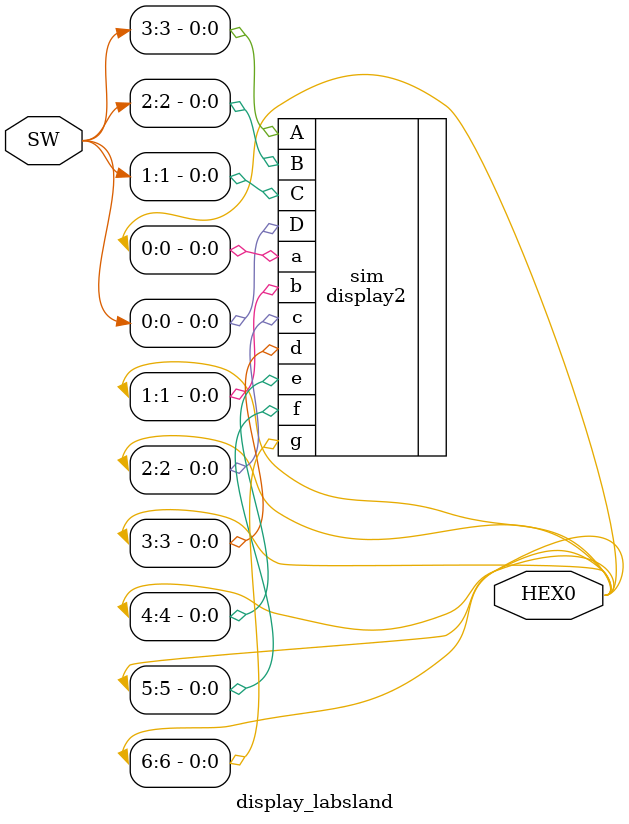
<source format=v>
module display_labsland(
//entradas y salidas
 input [3:0] SW,
 output [6:0] HEX0
);
//conexion 
display2 sim(
.A(SW[3]),
.B(SW[2]),
.C(SW[1]),
.D(SW[0]),
.a(HEX0[0]),
.b(HEX0[1]),
.c(HEX0[2]),
.d(HEX0[3]),
.e(HEX0[4]),
.f(HEX0[5]),
.g(HEX0[6])
);

endmodule
</source>
